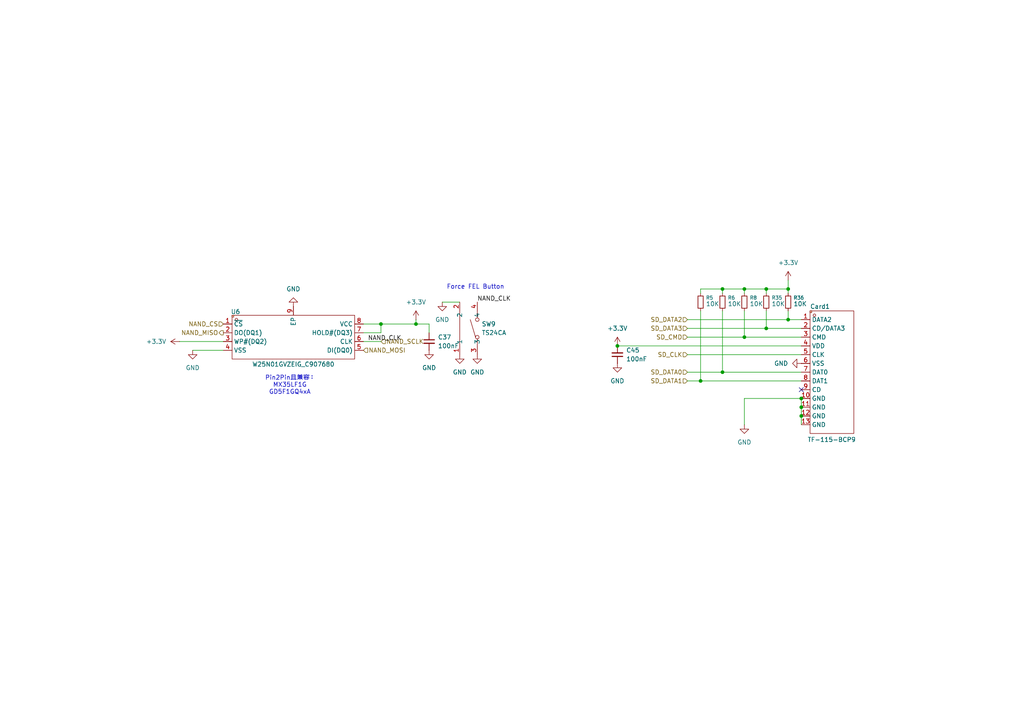
<source format=kicad_sch>
(kicad_sch (version 20250114) (generator "eeschema") (generator_version "9.0")
  (paper "A4")
  (title_block (title "明日方舟电子通行证F1C200s Ver") (date "2025-11-26") (rev "V0.3.1") (company "Shirogane Tsumugi") (comment 1 "V0.3 添加屏幕兼容接口，添加SD卡槽，优化布线") (comment 2 "V0.4 生产优化") (comment 3 "V0.5 实现按键开关机、低电量关机、拉出i2s") (comment 4 "V0.6 添加OVPOCP、重做阻抗走四层板"))
  (lib_symbols
    (symbol "Device:C_Small" (pin_numbers (hide yes)) (pin_names (offset 0.254) (hide yes))
      (property "Reference" "C" (at 0.254 1.778 0))
      (property "Value" "C_Small" (at 0.254 -2.032 0))
      (symbol "C_Small_0_1"
        (polyline (pts (xy -1.524 0.508) (xy 1.524 0.508)) (stroke (width 0.3048)))
        (polyline (pts (xy -1.524 -0.508) (xy 1.524 -0.508)) (stroke (width 0.3302)))
      )
      (symbol "C_Small_1_1"
        (pin passive line (at 0 2.54 270) (length 2.032) (name "~") (number "1"))
        (pin passive line (at 0 -2.54 90) (length 2.032) (name "~") (number "2"))
      )
    )
    (symbol "Device:R_Small" (pin_numbers (hide yes)) (pin_names (offset 0.254) (hide yes))
      (property "Reference" "R" (at 0 0 90))
      (property "Value" "R_Small" (at 1.778 0 90))
      (symbol "R_Small_0_1"
        (rectangle (start -0.762 1.778) (end 0.762 -1.778) (stroke (width 0.2032)))
      )
      (symbol "R_Small_1_1"
        (pin passive line (at 0 2.54 270) (length 0.762) (name "~") (number "1"))
        (pin passive line (at 0 -2.54 90) (length 0.762) (name "~") (number "2"))
      )
    )
    (symbol "EasyEDA:TF-115-BCP9"
      (property "Reference" "Card" (at -4.064 19.05 0))
      (property "Value" "TF-115-BCP9" (at 0.762 -19.304 0))
      (symbol "TF-115-BCP9_0_1"
        (rectangle (start -6.35 17.78) (end -5.84 17.27) (fill (type background)))
        (rectangle (start -6.35 17.78) (end 6.35 -17.78))
        (circle (center -5.08 16.51) (radius 0.38))
        (pin unspecified line (at -8.89 15.24 0) (length 2.54) (name "DATA2") (number "1"))
        (pin unspecified line (at -8.89 12.7 0) (length 2.54) (name "CD/DATA3") (number "2"))
        (pin unspecified line (at -8.89 10.16 0) (length 2.54) (name "CMD") (number "3"))
        (pin unspecified line (at -8.89 7.62 0) (length 2.54) (name "VDD") (number "4"))
        (pin unspecified line (at -8.89 5.08 0) (length 2.54) (name "CLK") (number "5"))
        (pin unspecified line (at -8.89 2.54 0) (length 2.54) (name "VSS") (number "6"))
        (pin unspecified line (at -8.89 0 0) (length 2.54) (name "DAT0") (number "7"))
        (pin unspecified line (at -8.89 -2.54 0) (length 2.54) (name "DAT1") (number "8"))
        (pin unspecified line (at -8.89 -5.08 0) (length 2.54) (name "CD") (number "9"))
        (pin unspecified line (at -8.89 -7.62 0) (length 2.54) (name "GND") (number "10"))
        (pin unspecified line (at -8.89 -10.16 0) (length 2.54) (name "GND") (number "11"))
        (pin unspecified line (at -8.89 -12.7 0) (length 2.54) (name "GND") (number "12"))
        (pin unspecified line (at -8.89 -15.24 0) (length 2.54) (name "GND") (number "13"))
      )
    )
    (symbol "EasyEDA:W25N01GVZEIG_C907680"
      (property "Reference" "U" (at 0 13.97 0))
      (property "Value" "W25N01GVZEIG_C907680" (at 0 -8.89 0))
      (symbol "W25N01GVZEIG_C907680_0_1"
        (rectangle (start -17.78 6.35) (end -17.27 5.84) (fill (type background)))
        (rectangle (start -17.78 6.35) (end 17.78 -6.35))
        (circle (center -16.51 5.08) (radius 0.38))
        (pin unspecified line (at -20.32 3.81 0) (length 2.54) (name "~{CS}") (number "1"))
        (pin unspecified line (at -20.32 1.27 0) (length 2.54) (name "DO(DQ1)") (number "2"))
        (pin unspecified line (at -20.32 -1.27 0) (length 2.54) (name "WP#(DQ2)") (number "3"))
        (pin unspecified line (at -20.32 -3.81 0) (length 2.54) (name "VSS") (number "4"))
        (pin unspecified line (at 0 8.89 270) (length 2.54) (name "EP") (number "9"))
        (pin unspecified line (at 20.32 3.81 180) (length 2.54) (name "VCC") (number "8"))
        (pin unspecified line (at 20.32 1.27 180) (length 2.54) (name "HOLD#(DQ3)") (number "7"))
        (pin unspecified line (at 20.32 -1.27 180) (length 2.54) (name "CLK") (number "6"))
        (pin unspecified line (at 20.32 -3.81 180) (length 2.54) (name "DI(DQ0)") (number "5"))
      )
    )
    (symbol "EasyEDA_old:TS24CA"
      (property "Reference" "SW" (at 0 7.62 0))
      (property "Value" "TS24CA" (at 0 -7.62 0))
      (symbol "TS24CA_0_1"
        (polyline (pts (xy -5.08 2.54) (xy 5.08 2.54)))
        (polyline (pts (xy -3.05 -2.54) (xy -5.08 -2.54)))
        (polyline (pts (xy -2.54 -2.03) (xy 2.54 -0.51) (xy 2.54 -0.51)))
        (circle (center -2.54 -2.54) (radius 0.51))
        (circle (center 2.54 -2.54) (radius 0.51))
        (polyline (pts (xy 3.05 -2.54) (xy 5.08 -2.54)))
        (pin unspecified line (at -7.62 2.54 0) (length 2.54) (name "1") (number "1"))
        (pin unspecified line (at -7.62 -2.54 0) (length 2.54) (name "3") (number "3"))
        (pin unspecified line (at 7.62 -2.54 180) (length 2.54) (name "4") (number "4"))
      )
      (symbol "TS24CA_1_1"
        (pin unspecified line (at 7.62 2.54 180) (length 2.54) (name "2") (number "2"))
      )
    )
    (symbol "power:+3.3V" (power) (pin_numbers (hide yes)) (pin_names (offset 0) (hide yes))
      (property "Value" "+3.3V" (at 0 3.556 0))
      (symbol "+3.3V_0_1"
        (polyline (pts (xy -0.762 1.27) (xy 0 2.54)))
        (polyline (pts (xy 0 2.54) (xy 0.762 1.27)))
        (polyline (pts (xy 0 0) (xy 0 2.54)))
      )
      (symbol "+3.3V_1_1"
        (pin power_in line (at 0 0 90) (length 0) (name "~") (number "1"))
      )
    )
    (symbol "power:GND" (power) (pin_numbers (hide yes)) (pin_names (offset 0) (hide yes))
      (property "Value" "GND" (at 0 -3.81 0))
      (symbol "GND_0_1"
        (polyline (pts (xy 0 0) (xy 0 -1.27) (xy 1.27 -1.27) (xy 0 -2.54) (xy -1.27 -1.27) (xy 0 -1.27)))
      )
      (symbol "GND_1_1"
        (pin power_in line (at 0 0 270) (length 0) (name "~") (number "1"))
      )
    )
  )
  (text "Pin2Pin且兼容：\nMX35LF1G\nGD5F1GQ4xA" (at 84.074 111.76 0) (effects (font (size 1.27 1.27))))
  (text "Force FEL Button" (at 137.922 83.312 0) (effects (font (size 1.27 1.27))))
  (junction (at 232.41 118.11))
  (junction (at 179.07 100.33))
  (junction (at 232.41 115.57))
  (junction (at 232.41 120.65))
  (junction (at 209.55 107.95))
  (junction (at 110.49 93.98))
  (junction (at 120.65 93.98))
  (junction (at 222.25 95.25))
  (junction (at 228.6 83.82))
  (junction (at 209.55 83.82))
  (junction (at 222.25 83.82))
  (junction (at 228.6 92.71))
  (junction (at 215.9 83.82))
  (junction (at 203.2 110.49))
  (junction (at 215.9 97.79))
  (no_connect (at 232.41 113.03))
  (wire (pts (xy 222.25 83.82) (xy 222.25 85.09)))
  (wire (pts (xy 232.41 120.65) (xy 232.41 123.19)))
  (wire (pts (xy 124.46 93.98) (xy 120.65 93.98)))
  (wire (pts (xy 232.41 118.11) (xy 232.41 120.65)))
  (wire (pts (xy 124.46 93.98) (xy 124.46 96.52)))
  (wire (pts (xy 120.65 93.98) (xy 120.65 92.71)))
  (wire (pts (xy 222.25 95.25) (xy 232.41 95.25)))
  (wire (pts (xy 199.39 97.79) (xy 215.9 97.79)))
  (wire (pts (xy 215.9 83.82) (xy 222.25 83.82)))
  (wire (pts (xy 228.6 92.71) (xy 232.41 92.71)))
  (wire (pts (xy 203.2 83.82) (xy 203.2 85.09)))
  (wire (pts (xy 215.9 83.82) (xy 215.9 85.09)))
  (wire (pts (xy 199.39 102.87) (xy 232.41 102.87)))
  (wire (pts (xy 105.41 96.52) (xy 110.49 96.52)))
  (wire (pts (xy 179.07 100.33) (xy 232.41 100.33)))
  (wire (pts (xy 128.27 87.63) (xy 133.35 87.63)))
  (wire (pts (xy 209.55 83.82) (xy 215.9 83.82)))
  (wire (pts (xy 232.41 115.57) (xy 232.41 118.11)))
  (wire (pts (xy 199.39 92.71) (xy 228.6 92.71)))
  (wire (pts (xy 215.9 115.57) (xy 215.9 123.19)))
  (wire (pts (xy 199.39 107.95) (xy 209.55 107.95)))
  (wire (pts (xy 222.25 90.17) (xy 222.25 95.25)))
  (wire (pts (xy 222.25 83.82) (xy 228.6 83.82)))
  (wire (pts (xy 110.49 96.52) (xy 110.49 93.98)))
  (wire (pts (xy 228.6 92.71) (xy 228.6 90.17)))
  (wire (pts (xy 110.49 99.06) (xy 105.41 99.06)))
  (wire (pts (xy 203.2 83.82) (xy 209.55 83.82)))
  (wire (pts (xy 52.07 99.06) (xy 64.77 99.06)))
  (wire (pts (xy 203.2 90.17) (xy 203.2 110.49)))
  (wire (pts (xy 215.9 90.17) (xy 215.9 97.79)))
  (wire (pts (xy 110.49 93.98) (xy 120.65 93.98)))
  (wire (pts (xy 199.39 110.49) (xy 203.2 110.49)))
  (wire (pts (xy 215.9 115.57) (xy 232.41 115.57)))
  (wire (pts (xy 199.39 95.25) (xy 222.25 95.25)))
  (wire (pts (xy 209.55 107.95) (xy 232.41 107.95)))
  (wire (pts (xy 203.2 110.49) (xy 232.41 110.49)))
  (wire (pts (xy 228.6 83.82) (xy 228.6 85.09)))
  (wire (pts (xy 55.88 101.6) (xy 64.77 101.6)))
  (wire (pts (xy 228.6 81.28) (xy 228.6 83.82)))
  (wire (pts (xy 105.41 93.98) (xy 110.49 93.98)))
  (wire (pts (xy 209.55 83.82) (xy 209.55 85.09)))
  (wire (pts (xy 209.55 90.17) (xy 209.55 107.95)))
  (wire (pts (xy 215.9 97.79) (xy 232.41 97.79)))
  (label "NAND_CLK" (at 106.68 99.06 0))
  (label "NAND_CLK" (at 138.43 87.63 0))
  (hierarchical_label "NAND_MOSI" (shape input) (at 105.41 101.6 0))
  (hierarchical_label "NAND_MISO" (shape output) (at 64.77 96.52 180))
  (hierarchical_label "SD_DATA0" (shape input) (at 199.39 107.95 180))
  (hierarchical_label "SD_DATA2" (shape input) (at 199.39 92.71 180))
  (hierarchical_label "NAND_SCLK" (shape input) (at 110.49 99.06 0))
  (hierarchical_label "SD_DATA1" (shape input) (at 199.39 110.49 180))
  (hierarchical_label "NAND_CS" (shape input) (at 64.77 93.98 180))
  (hierarchical_label "SD_DATA3" (shape input) (at 199.39 95.25 180))
  (hierarchical_label "SD_CMD" (shape input) (at 199.39 97.79 180))
  (hierarchical_label "SD_CLK" (shape input) (at 199.39 102.87 180))
  (symbol (lib_id "power:GND") (at 232.41 105.41 270) (unit 1)
    (property "Reference" "#PWR0134" (effects (hide yes)))
    (property "Value" "GND" (at 228.6 105.4099 90) (effects (justify right)))
    (property "Description" "Power symbol creates a global label with name \"GND\" , ground" (effects (hide yes)))
  )
  (symbol (lib_id "Device:R_Small") (at 209.55 87.63 180) (unit 1)
    (property "Reference" "R6" (at 211.074 86.36 0) (effects (font (size 1.016 1.016)) (justify right)))
    (property "Value" "10K" (at 211.074 88.138 0) (effects (justify right)))
    (property "Footprint" "Resistor_SMD:R_0603_1608Metric" (effects (hide yes)))
    (property "Description" "Resistor, small symbol" (effects (hide yes)))
  )
  (symbol (lib_id "power:+3.3V") (at 120.65 92.71 0) (unit 1)
    (property "Reference" "#PWR0102" (effects (hide yes)))
    (property "Value" "+3.3V" (at 120.65 87.63 0))
    (property "Description" "Power symbol creates a global label with name \"+3.3V\"" (effects (hide yes)))
  )
  (symbol (lib_id "power:GND") (at 55.88 101.6 0) (unit 1)
    (property "Reference" "#PWR095" (effects (hide yes)))
    (property "Value" "GND" (at 55.88 106.68 0))
    (property "Description" "Power symbol creates a global label with name \"GND\" , ground" (effects (hide yes)))
  )
  (symbol (lib_id "EasyEDA_old:TS24CA") (at 135.89 95.25 90) (unit 1)
    (property "Reference" "SW9" (at 139.7 93.9799 90) (effects (justify right)))
    (property "Value" "TS24CA" (at 139.7 96.5199 90) (effects (justify right)))
    (property "Footprint" "EasyEDA:SW-SMD_TS24CA" (effects (hide yes)))
    (property "Datasheet" "https://lcsc.com/product-detail/Tactile-Switches_SHOU-HAN-TS24CA_C393942.html" (effects (hide yes)))
    (property "LCSC Part" "C393942" (effects (hide yes)))
  )
  (symbol (lib_id "EasyEDA:W25N01GVZEIG_C907680") (at 85.09 97.79 0) (unit 1)
    (property "Reference" "U6" (at 68.326 90.424 0))
    (property "Value" "W25N01GVZEIG_C907680" (at 85.09 105.664 0))
    (property "Footprint" "EasyEDA:WSON-8_L8.0-W6.10-P1.27-BL-EP" (effects (hide yes)))
    (property "Datasheet" "https://lcsc.com/product-detail/FLASH_Winbond-Elec-W25N01GVZEIG_C907680.html" (effects (hide yes)))
    (property "LCSC Part" "C907680" (effects (hide yes)))
  )
  (symbol (lib_id "power:GND") (at 179.07 105.41 0) (unit 1)
    (property "Reference" "#PWR0135" (effects (hide yes)))
    (property "Value" "GND" (at 179.07 110.49 0))
    (property "Description" "Power symbol creates a global label with name \"GND\" , ground" (effects (hide yes)))
  )
  (symbol (lib_id "power:+3.3V") (at 179.07 100.33 0) (unit 1)
    (property "Reference" "#PWR0133" (effects (hide yes)))
    (property "Value" "+3.3V" (at 179.07 95.25 0))
    (property "Description" "Power symbol creates a global label with name \"+3.3V\"" (effects (hide yes)))
  )
  (symbol (lib_id "Device:C_Small") (at 179.07 102.87 180) (unit 1)
    (property "Reference" "C45" (at 181.61 101.5935 0) (effects (justify right)))
    (property "Value" "100nF" (at 181.61 104.1335 0) (effects (justify right)))
    (property "Footprint" "Capacitor_SMD:C_0603_1608Metric" (effects (hide yes)))
    (property "Description" "Unpolarized capacitor, small symbol" (effects (hide yes)))
  )
  (symbol (lib_id "power:GND") (at 124.46 101.6 0) (unit 1)
    (property "Reference" "#PWR0103" (effects (hide yes)))
    (property "Value" "GND" (at 124.46 106.68 0))
    (property "Description" "Power symbol creates a global label with name \"GND\" , ground" (effects (hide yes)))
  )
  (symbol (lib_id "Device:R_Small") (at 215.9 87.63 180) (unit 1)
    (property "Reference" "R8" (at 217.424 86.36 0) (effects (font (size 1.016 1.016)) (justify right)))
    (property "Value" "10K" (at 217.424 88.138 0) (effects (justify right)))
    (property "Footprint" "Resistor_SMD:R_0603_1608Metric" (effects (hide yes)))
    (property "Description" "Resistor, small symbol" (effects (hide yes)))
  )
  (symbol (lib_id "power:GND") (at 138.43 102.87 0) (unit 1)
    (property "Reference" "#PWR0104" (effects (hide yes)))
    (property "Value" "GND" (at 138.43 107.95 0))
    (property "Description" "Power symbol creates a global label with name \"GND\" , ground" (effects (hide yes)))
  )
  (symbol (lib_id "Device:C_Small") (at 124.46 99.06 0) (unit 1)
    (property "Reference" "C37" (at 127 97.7962 0) (effects (justify left)))
    (property "Value" "100nF" (at 127 100.3362 0) (effects (justify left)))
    (property "Footprint" "Capacitor_SMD:C_0603_1608Metric" (effects (hide yes)))
    (property "Description" "Unpolarized capacitor, small symbol" (effects (hide yes)))
  )
  (symbol (lib_id "power:GND") (at 85.09 88.9 180) (unit 1)
    (property "Reference" "#PWR098" (effects (hide yes)))
    (property "Value" "GND" (at 85.09 83.82 0))
    (property "Description" "Power symbol creates a global label with name \"GND\" , ground" (effects (hide yes)))
  )
  (symbol (lib_id "Device:R_Small") (at 222.25 87.63 180) (unit 1)
    (property "Reference" "R35" (at 223.774 86.36 0) (effects (font (size 1.016 1.016)) (justify right)))
    (property "Value" "10K" (at 223.774 88.138 0) (effects (justify right)))
    (property "Footprint" "Resistor_SMD:R_0603_1608Metric" (effects (hide yes)))
    (property "Description" "Resistor, small symbol" (effects (hide yes)))
  )
  (symbol (lib_id "EasyEDA:TF-115-BCP9") (at 241.3 107.95 0) (unit 1)
    (property "Reference" "Card1" (at 234.95 88.9 0) (effects (justify left)))
    (property "Value" "TF-115-BCP9" (at 234.188 127.508 0) (effects (justify left)))
    (property "Footprint" "EasyEDA:TF-SMD_TF-115-BCP9" (effects (hide yes)))
    (property "Datasheet" "https://lcsc.com/product-detail/Card-Sockets-Connectors_XUNPU-TF-115-BCP9_C720505.html" (effects (hide yes)))
    (property "LCSC Part" "C720505" (effects (hide yes)))
  )
  (symbol (lib_id "power:GND") (at 133.35 102.87 0) (unit 1)
    (property "Reference" "#PWR0141" (effects (hide yes)))
    (property "Value" "GND" (at 133.35 107.95 0))
    (property "Description" "Power symbol creates a global label with name \"GND\" , ground" (effects (hide yes)))
  )
  (symbol (lib_id "power:GND") (at 128.27 87.63 0) (unit 1)
    (property "Reference" "#PWR0142" (effects (hide yes)))
    (property "Value" "GND" (at 128.27 92.71 0))
    (property "Description" "Power symbol creates a global label with name \"GND\" , ground" (effects (hide yes)))
  )
  (symbol (lib_id "Device:R_Small") (at 228.6 87.63 180) (unit 1)
    (property "Reference" "R36" (at 230.124 86.36 0) (effects (font (size 1.016 1.016)) (justify right)))
    (property "Value" "10K" (at 230.124 88.138 0) (effects (justify right)))
    (property "Footprint" "Resistor_SMD:R_0603_1608Metric" (effects (hide yes)))
    (property "Description" "Resistor, small symbol" (effects (hide yes)))
  )
  (symbol (lib_id "power:+3.3V") (at 52.07 99.06 90) (unit 1)
    (property "Reference" "#PWR094" (effects (hide yes)))
    (property "Value" "+3.3V" (at 48.26 99.0599 90) (effects (justify left)))
    (property "Description" "Power symbol creates a global label with name \"+3.3V\"" (effects (hide yes)))
  )
  (symbol (lib_id "power:+3.3V") (at 228.6 81.28 0) (unit 1)
    (property "Reference" "#PWR0131" (effects (hide yes)))
    (property "Value" "+3.3V" (at 228.6 76.2 0))
    (property "Description" "Power symbol creates a global label with name \"+3.3V\"" (effects (hide yes)))
  )
  (symbol (lib_id "power:GND") (at 215.9 123.19 0) (unit 1)
    (property "Reference" "#PWR0132" (effects (hide yes)))
    (property "Value" "GND" (at 215.9 128.27 0))
    (property "Description" "Power symbol creates a global label with name \"GND\" , ground" (effects (hide yes)))
  )
  (symbol (lib_id "Device:R_Small") (at 203.2 87.63 180) (unit 1)
    (property "Reference" "R5" (at 204.724 86.36 0) (effects (font (size 1.016 1.016)) (justify right)))
    (property "Value" "10K" (at 204.724 88.138 0) (effects (justify right)))
    (property "Footprint" "Resistor_SMD:R_0603_1608Metric" (effects (hide yes)))
    (property "Description" "Resistor, small symbol" (effects (hide yes)))
  )
)
</source>
